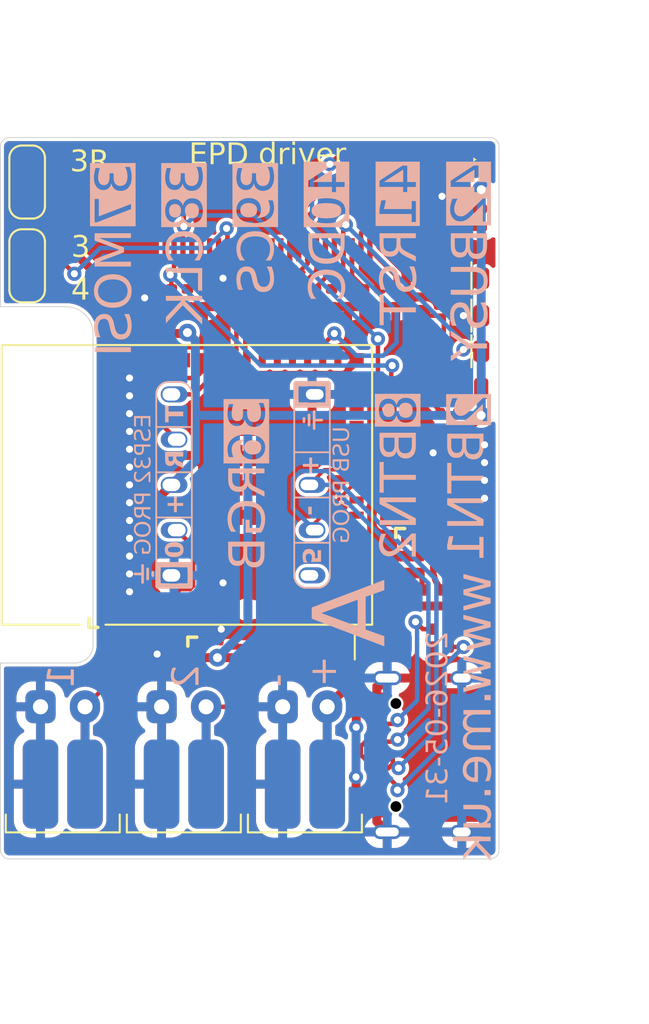
<source format=kicad_pcb>
(kicad_pcb (version 20221018) (generator pcbnew)
  (title_block (title "Waveshare EPD adapter") (rev "1") (company "Adrian Kennard, Andrews & Arnold Ltd"))
  (layers (0 "F.Cu" signal) (31 "B.Cu" signal) (34 "B.Paste" user) (35 "F.Paste" user) (36 "B.SilkS" user "B.Silkscreen") (37 "F.SilkS" user "F.Silkscreen") (38 "B.Mask" user) (39 "F.Mask" user) (44 "Edge.Cuts" user))
  (property "DATE" "2023-06-02")
  (net 0 "")
  (net 1 "GND")
  (net 4 "DC")
  (net 6 "Net-(U4-EN)")
  (net 8 "BTN2")
  (net 9 "BTN1")
  (net 16 "+3.3V")
  (net 26 "Net-(J2-0)")
  (net 27 "Net-(J2-Rx)")
  (net 28 "Net-(J2-Tx)")
  (net 29 "D-")
  (net 30 "D+")
  (net 31 "Net-(J1-Pin_24)")
  (net 32 "Net-(D1-A)")
  (net 33 "Net-(J1-Pin_22)")
  (net 34 "Net-(D2-K)")
  (net 35 "Net-(J1-Pin_20)")
  (net 36 "Net-(J1-Pin_19)")
  (net 37 "Net-(J1-Pin_18)")
  (net 38 "Net-(J1-Pin_5)")
  (net 39 "Net-(J1-Pin_4)")
  (net 40 "Net-(D2-A)")
  (net 41 "Net-(D1-K)")
  (net 42 "Net-(J1-Pin_2)")
  (net 43 "Net-(J1-Pin_3)")
  (net 47 "BUSY")
  (net 48 "RST")
  (net 49 "CS")
  (net 50 "CLK")
  (net 51 "MOSI")
  (net 52 "RGB")
  (net 53 "Net-(D6-A)")
  (net 54 "Net-(J1-Pin_8)")
  (net 55 "Net-(J7-CC1)")
  (net 57 "Net-(J7-CC2)")
  (net 59 "Net-(J4-Pin_2)")
  (net 60 "Net-(J6-Pin_2)")
  (net 61 "Net-(JP2-B)")
  (net 62 "Net-(JP2-A)")
  (net 64 "PWR")
  (net 65 "VBUS")
  (footprint "RevK:C_0402" (layer "F.Cu") (at 112 75.5 -90)
    (fp_text reference "C14" hide)
    (fp_text value "100nF 50V" hide)
  )
  (footprint "RevK:C_0402" (layer "F.Cu") (at 107.3 80 -90)
    (fp_text reference "C3" hide)
    (fp_text value "1uF 50V" hide)
  )
  (footprint "RevK:C_0402" (layer "F.Cu") (at 95 98.8)
    (fp_text reference "C2" hide)
    (fp_text value "100nF" hide)
  )
  (footprint "RevK:SolderPadSmall" (layer "F.Cu") (at 104.35 107.3)
    (fp_text reference "P1" hide)
    (fp_text value "+" hide)
  )
  (footprint "RevK:R_0402_" (layer "F.Cu") (at 110.3 96.4 180)
    (fp_text reference "R9" hide)
    (fp_text value "124k" hide)
  )
  (footprint "RevK:SolderPadSmall" (layer "F.Cu") (at 101.85 107.3)
    (fp_text reference "P2" hide)
    (fp_text value "-" hide)
  )
  (footprint "RevK:C_0402" (layer "F.Cu") (at 106.4 80 -90)
    (fp_text reference "C4" hide)
    (fp_text value "1uF 50V" hide)
  )
  (footprint "RevK:C_0402" (layer "F.Cu") (at 104.6 80 -90)
    (fp_text reference "C11" hide)
    (fp_text value "1uF 50V" hide)
  )
  (footprint "RevK:R_0402" (layer "F.Cu") (at 100.8 100.7 180)
    (fp_text reference "R6" hide)
    (fp_text value "100R" hide)
  )
  (footprint "RevK:ESP32-S3-MINI-1" (layer "F.Cu") (at 99 90.5 90)
    (fp_text reference "U4" hide)
    (fp_text value "ESP32-S3-MINI-1" hide)
  )
  (footprint "RevK:D_SOD-123" (layer "F.Cu") (at 107 99.4)
    (fp_text reference "D6" hide)
    (fp_text value "D")
  )
  (footprint "RevK:C_0603" (layer "F.Cu") (at 92.7 99.1 180)
    (fp_text reference "C5" hide)
    (fp_text value "22uF")
  )
  (footprint "RevK:SOT-323_SC-70-3" (layer "F.Cu") (at 108.9 85.5 180)
    (fp_text reference "Q1" hide)
    (fp_text value "DMG1012T" hide)
  )
  (footprint "RevK:C_0402" (layer "F.Cu") (at 105.5 80 -90)
    (fp_text reference "C7" hide)
    (fp_text value "1uF 50V" hide)
  )
  (footprint "RevK:R_0402" (layer "F.Cu") (at 95 82 180)
    (fp_text reference "R3" hide)
    (fp_text value "10K" hide)
  )
  (footprint "RevK:C_0603_" (layer "F.Cu") (at 110.3 92.5 180)
    (fp_text reference "C10" hide)
    (fp_text value "100nF")
  )
  (footprint "RevK:PTSM-HH-2-RA" (layer "F.Cu") (at 89.5 102.9575)
    (fp_text reference "J4" hide)
    (fp_text value "BTN1")
  )
  (footprint "RevK:PTSM-HH-2-RA" (layer "F.Cu") (at 96.3 102.9575)
    (fp_text reference "J6" hide)
    (fp_text value "BTN2")
  )
  (footprint "RevK:C_0402" (layer "F.Cu") (at 111.2 86.5)
    (fp_text reference "C17" hide)
    (fp_text value "4.7uF" hide)
  )
  (footprint "RevK:C_0603_" (layer "F.Cu") (at 107.8 93.2 -90)
    (fp_text reference "C9" hide)
    (fp_text value "10uF 6.3V")
  )
  (footprint "RevK:C_0402" (layer "F.Cu") (at 103.7 80 -90)
    (fp_text reference "C12" hide)
    (fp_text value "1uF 50V" hide)
  )
  (footprint "RevK:SolderPadSmall" (layer "F.Cu") (at 97.55 107.3)
    (fp_text reference "P3" hide)
    (fp_text value "2" hide)
  )
  (footprint "RevK:C_0402" (layer "F.Cu") (at 108.2 80 -90)
    (fp_text reference "C1" hide)
    (fp_text value "1uF 50V" hide)
  )
  (footprint "RevK:C_0402" (layer "F.Cu") (at 100.8 99.7)
    (fp_text reference "C21" hide)
    (fp_text value "33pF" hide)
  )
  (footprint "RevK:R_0402" (layer "F.Cu") (at 95.6 80 90)
    (fp_text reference "R2" hide)
    (fp_text value "10K" hide)
  )
  (footprint "RevK:SolderJumper3" (layer "F.Cu") (at 87.5 78.2 90)
    (fp_text reference "JP1" hide)
    (fp_text value "SolderJumper_3_Bridged12")
  )
  (footprint "RevK:SolderJumper3" (layer "F.Cu") (at 87.5 73.5 90)
    (fp_text reference "JP2" hide)
    (fp_text value "SolderJumper_3_Bridged12")
  )
  (footprint "RevK:R_0402" (layer "F.Cu") (at 110.7 99.6 180)
    (fp_text reference "R4" hide)
    (fp_text value "5k1" hide)
  )
  (footprint "RevK:D_SOD-123" (layer "F.Cu") (at 111.35 83 180)
    (fp_text reference "D2" hide)
    (fp_text value "1N5819W")
  )
  (footprint "RevK:C_0402" (layer "F.Cu") (at 102.8 80 -90)
    (fp_text reference "C13" hide)
    (fp_text value "1uF 50V" hide)
  )
  (footprint "RevK:R_0402" (layer "F.Cu") (at 110.7 98.6)
    (fp_text reference "R5" hide)
    (fp_text value "5k1" hide)
  )
  (footprint "RevK:L_4x4_" (layer "F.Cu") (at 110.3 89.9 180)
    (fp_text reference "L2" hide)
    (fp_text value "10uH")
  )
  (footprint "RevK:R_0402" (layer "F.Cu") (at 92.3 101.3)
    (fp_text reference "R7" hide)
    (fp_text value "100R" hide)
  )
  (footprint "RevK:PTSM-HH-2-RA" (layer "F.Cu") (at 103.1 102.9575)
    (fp_text reference "J8" hide)
    (fp_text value "PWR")
  )
  (footprint "RevK:C_0402" (layer "F.Cu") (at 96.5 80 -90)
    (fp_text reference "C16" hide)
    (fp_text value "1uF 50V" hide)
  )
  (footprint "RevK:R_0402_" (layer "F.Cu") (at 112.1 96.4 180)
    (fp_text reference "R11" hide)
    (fp_text value "1M" hide)
  )
  (footprint "RevK:SolderPadSmall" (layer "F.Cu") (at 90.75 107.3)
    (fp_text reference "P5" hide)
    (fp_text value "1" hide)
  )
  (footprint "RevK:R_0402" (layer "F.Cu") (at 89.4 74.7 -90)
    (fp_text reference "R1" hide)
    (fp_text value "0.47R" hide)
  )
  (footprint "RevK:C_0402" (layer "F.Cu") (at 97.4 80 -90)
    (fp_text reference "C15" hide)
    (fp_text value "1uF 50V" hide)
  )
  (footprint "RevK:C_0603_" (layer "F.Cu") (at 112.8 93.2 -90)
    (fp_text reference "C8" hide)
    (fp_text value "10uF 50V")
  )
  (footprint "RevK:XUNPU-FPC-05FB-24PH20" (layer "F.Cu") (at 101 76 180)
    (fp_text reference "J1" hide)
    (fp_text value "Conn_01x26")
  )
  (footprint "RevK:D_SOD-123" (layer "F.Cu") (at 111.35 81 180)
    (fp_text reference "D3" hide)
    (fp_text value "1N5819W")
  )
  (footprint "RevK:R_0402" (layer "F.Cu") (at 89.4 72.3 -90)
    (fp_text reference "R8" hide)
    (fp_text value "3R" hide)
  )
  (footprint "RevK:R_0402_" (layer "F.Cu") (at 108.4 96.4 180)
    (fp_text reference "R10" hide)
    (fp_text value "39k2" hide)
  )
  (footprint "RevK:C_0402" (layer "F.Cu") (at 113 75.5 90)
    (fp_text reference "C18" hide)
    (fp_text value "10uF" hide)
  )
  (footprint "RevK:SOT-23-6-MD8942" (layer "F.Cu") (at 110.3 94.5 180)
    (fp_text reference "U3" hide)
    (fp_text value "MD8942")
  )
  (footprint "RevK:SMD1010" (layer "F.Cu") (at 112.575 72.575 180)
    (fp_text reference "D4" hide)
    (fp_text value "XL-1010RGBC-WS2812B" hide)
  )
  (footprint "RevK:USB-C-Socket-H" (layer "F.Cu") (at 109.6 105.665 90)
    (fp_text reference "J7" hide)
    (fp_text value "USB-C-Socket-V")
  )
  (footprint "RevK:SolderPadSmall" (layer "F.Cu") (at 88.25 107.3)
    (fp_text reference "P6" hide)
    (fp_text value "1" hide)
  )
  (footprint "RevK:L_0805" (layer "F.Cu") (at 112.1 85.1)
    (fp_text reference "L1" hide)
    (fp_text value "68uH")
  )
  (footprint "RevK:D_SOD-123" (layer "F.Cu") (at 111.35 78.9 180)
    (fp_text reference "D1" hide)
    (fp_text value "1N5819W")
  )
  (footprint "RevK:SOT-363_SC-70-6" (layer "F.Cu") (at 98.1 100.2)
    (fp_text reference "D7" hide)
    (fp_text value "BAV99S")
  )
  (footprint "RevK:SolderPadSmall" (layer "F.Cu") (at 95.05 107.3)
    (fp_text reference "P4" hide)
    (fp_text value "2" hide)
  )
  (footprint "RevK:C_0402" (layer "F.Cu") (at 93 82 180)
    (fp_text reference "C6" hide)
    (fp_text value "1uF" hide)
  )
  (footprint "RevK:C_0402" (layer "F.Cu") (at 92.3 100.3 180)
    (fp_text reference "C22" hide)
    (fp_text value "33pF" hide)
  )
  (footprint "RevK:SolderPadSmall" (layer "B.Cu") (at 104.35 107.3 180)
    (fp_text reference "P7" hide)
    (fp_text value "+" hide)
  )
  (footprint "RevK:SolderPadSmall" (layer "B.Cu") (at 90.75 107.3 180)
    (fp_text reference "P11" hide)
    (fp_text value "1" hide)
  )
  (footprint "RevK:SolderPadSmall" (layer "B.Cu") (at 88.25 107.3 180)
    (fp_text reference "P12" hide)
    (fp_text value "1" hide)
  )
  (footprint "RevK:SolderPadSmall" (layer "B.Cu") (at 101.85 107.3 180)
    (fp_text reference "P8" hide)
    (fp_text value "-" hide)
  )
  (footprint "RevK:SolderPadSmall" (layer "B.Cu") (at 97.55 107.3 180)
    (fp_text reference "P9" hide)
    (fp_text value "2" hide)
  )
  (footprint "RevK:SolderPadSmall" (layer "B.Cu") (at 95.05 107.3 180)
    (fp_text reference "P10" hide)
    (fp_text value "2" hide)
  )
  (footprint "RevK:USB-PROG" (layer "B.Cu") (at 103.5 90.5 90)
    (fp_text reference "J3" hide)
    (fp_text value "USB-PROG" hide)
  )
  (footprint "RevK:Shelly" (layer "B.Cu") (at 95.75 90.5 -90)
    (fp_text reference "J2" hide)
    (fp_text value "Shelly" hide)
  )
  (gr_line (start 91.2 99.5) (end 91.2 82) (stroke (width 0.05)) (layer "Edge.Cuts"))
  (gr_arc (start 86 71.5) (mid 86.146447 71.146447) (end 86.5 71) (stroke (width 0.05)) (layer "Edge.Cuts"))
  (gr_line (start 86 111) (end 86 100.5) (stroke (width 0.05)) (layer "Edge.Cuts"))
  (gr_arc (start 114 111) (mid 113.853553 111.353553) (end 113.5 111.5) (stroke (width 0.05)) (layer "Edge.Cuts"))
  (gr_arc (start 113.5 71) (mid 113.853553 71.146447) (end 114 71.5) (stroke (width 0.05)) (layer "Edge.Cuts"))
  (gr_line (start 86 80.5) (end 86 71.5) (stroke (width 0.05)) (layer "Edge.Cuts"))
  (gr_line (start 89.7 80.5) (end 86 80.5) (stroke (width 0.05)) (layer "Edge.Cuts"))
  (gr_arc (start 91.2 99.5) (mid 90.907107 100.207107) (end 90.2 100.5) (stroke (width 0.05)) (layer "Edge.Cuts"))
  (gr_arc (start 86.5 111.5) (mid 86.146447 111.353553) (end 86 111) (stroke (width 0.05)) (layer "Edge.Cuts"))
  (gr_line (start 114 71.5) (end 114 111) (stroke (width 0.05)) (layer "Edge.Cuts"))
  (gr_line (start 113.5 111.5) (end 86.5 111.5) (stroke (width 0.05)) (layer "Edge.Cuts"))
  (gr_arc (start 89.7 80.5) (mid 90.76066 80.93934) (end 91.2 82) (stroke (width 0.05)) (layer "Edge.Cuts"))
  (gr_line (start 86.5 71) (end 113.5 71) (stroke (width 0.05)) (layer "Edge.Cuts"))
  (gr_line (start 86 100.5) (end 90.2 100.5) (stroke (width 0.05)) (layer "Edge.Cuts"))
  (gr_text "2" (at 96.5 100.6 90) (layer "B.SilkS") (effects (font (size 1.5 1.5) (thickness 0.08)) (justify left mirror)))
  (gr_text "37" (at 92.5 76 90) (layer "B.SilkS" knockout) (effects (font (size 2 2)) (justify right mirror)))
  (gr_text "39" (at 100.5 76 90) (layer "B.SilkS" knockout) (effects (font (size 2 2)) (justify right mirror)))
  (gr_text "BTN2" (at 108.5 87.3 90) (layer "B.SilkS") (effects (font (size 2 2)) (justify left mirror)))
  (gr_text "${CURRENT_DATE}" (at 110.6 103.6 90) (layer "B.SilkS") (effects (font (size 1.2 1.2)) (justify mirror)))
  (gr_text "www.me.uk" (at 112.7 103.5 90) (layer "B.SilkS") (effects (font (size 2 2)) (justify mirror)))
  (gr_text "36" (at 100 89.25 90) (layer "B.SilkS" knockout) (effects (font (size 2 2)) (justify right mirror)))
  (gr_text "2" (at 112.5 87.2 90) (layer "B.SilkS" knockout) (effects (font (size 2 2)) (justify right mirror)))
  (gr_text "BTN1" (at 112.3 87.35 90) (layer "B.SilkS") (effects (font (size 2 2)) (justify left mirror)))
  (gr_text "BUSY" (at 112.5 76.1 90) (layer "B.SilkS") (effects (font (size 2 2)) (justify left mirror)))
  (gr_text "CS" (at 100.5 76.1 90) (layer "B.SilkS") (effects (font (size 2 2)) (justify left mirror)))
  (gr_text "38" (at 96.5 76 90) (layer "B.SilkS" knockout) (effects (font (size 2 2)) (justify right mirror)))
  (gr_text "1" (at 89.5 100.6 90) (layer "B.SilkS") (effects (font (size 1.5 1.5) (thickness 0.08)) (justify left mirror)))
  (gr_text "41" (at 108.5 76 90) (layer "B.SilkS" knockout) (effects (font (size 2 2)) (justify right mirror)))
  (gr_text "CLK" (at 96.5 76.1 90) (layer "B.SilkS") (effects (font (size 2 2)) (justify left mirror)))
  (gr_text "42" (at 112.5 76 90) (layer "B.SilkS" knockout) (effects (font (size 2 2)) (justify right mirror)))
  (gr_text "DC" (at 104.5 76.1 90) (layer "B.SilkS") (effects (font (size 2 2)) (justify left mirror)))
  (gr_text "MOSI" (at 92.5 76.1 90) (layer "B.SilkS") (effects (font (size 2 2)) (justify left mirror)))
  (gr_text "RGB" (at 100 89.3 90) (layer "B.SilkS") (effects (font (size 2 2)) (justify left mirror)))
  (gr_text "A" (at 105.9 97.7 90) (layer "B.SilkS") (effects (font (size 4 4)) (justify mirror)))
  (gr_text "8" (at 108.5 87.2 90) (layer "B.SilkS" knockout) (effects (font (size 2 2)) (justify right mirror)))
  (gr_text "40" (at 104.5 76 90) (layer "B.SilkS" knockout) (effects (font (size 2 2)) (justify right mirror)))
  (gr_text "RST" (at 108.5 76.1 90) (layer "B.SilkS") (effects (font (size 2 2)) (justify left mirror)))
  (gr_text "EPD driver" (at 101 72) (layer "F.SilkS") (effects (font (size 1.2 1.2))))
  (gr_text "3" (at 90.5 77.2) (layer "F.SilkS") (effects (font (size 1.2 1.2))))
  (gr_text "4" (at 90.5 79.6) (layer "F.SilkS") (effects (font (size 1.2 1.2))))
  (gr_text "3R" (at 89.9 73.1) (layer "F.SilkS") (effects (font (size 1.2 1.2)) (justify left bottom)))
  (segment (start 95.6 82.85) (end 95.675 82.775) (width 0.25) (layer "F.Cu") (net 1))
  (segment (start 103.25 78.07572) (end 102.155 79.17072) (width 0.25) (layer "F.Cu") (net 1))
  (segment (start 91.530001 100.3) (end 90.830001 101) (width 0.5) (layer "F.Cu") (net 1))
  (segment (start 97.725 82.775) (end 98.5 82) (width 0.25) (layer "F.Cu") (net 1))
  (segment (start 92 82.5) (end 92.5 82) (width 0.5) (layer "F.Cu") (net 1))
  (segment (start 113 71.65) (end 112.8 71.45) (width 0.5) (layer "F.Cu") (net 1))
  (segment (start 102.155 79.855) (end 102.8 80.5) (width 0.25) (layer "F.Cu") (net 1))
  (segment (start 103.25 77.3) (end 103.25 78.07572) (width 0.25) (layer "F.Cu") (net 1))
  (segment (start 95.6 83.5) (end 95.6 82.85) (width 0.25) (layer "F.Cu") (net 1))
  (segment (start 86.75 79.5) (end 86.425 79.175) (width 0.25) (layer "F.Cu") (net 1))
  (segment (start 86.425 79.175) (end 86.425 76.275) (width 0.25) (layer "F.Cu") (net 1))
  (segment (start 107.14 108.865) (end 107.14 109.405) (width 0.5) (layer "F.Cu") (net 1))
  (segment (start 91.8 100.3) (end 91.530001 100.3) (width 0.5) (layer "F.Cu") (net 1))
  (segment (start 87.5 79.5) (end 86.75 79.5) (width 0.25) (layer "F.Cu") (net 1))
  (segment (start 92 83.5) (end 92 82.5) (width 0.5) (layer "F.Cu") (net 1))
  (segment (start 98.4 98.6) (end 97.5 99.5) (width 0.5) (layer "F.Cu") (net 1))
  (segment (start 86.425 76.275) (end 86.9 75.8) (width 0.25) (layer "F.Cu") (net 1))
  (segment (start 95.675 82.775) (end 97.725 82.775) (width 0.25) (layer "F.Cu") (net 1))
  (segment (start 97.5 99.5) (end 97.15 99.5) (width 0.5) (layer "F.Cu") (net 1))
  (segment (start 90.830001 101) (end 88.4 101) (width 0.5) (layer "F.Cu") (net 1))
  (segment (start 107.14 101.925) (end 107.14 102.465) (width 0.5) (layer "F.Cu") (net 1))
  (segment (start 113 72.15) (end 113 71.65) (width 0.5) (layer "F.Cu") (net 1))
  (segment (start 102.155 79.17072) (end 102.155 79.855) (width 0.25) (layer "F.Cu") (net 1))
  (segment (start 88.25 101.15) (end 88.25 102.9575) (width 0.5) (layer "F.Cu") (net 1))
  (segment (start 107.14 109.405) (end 107.72 109.985) (width 0.5) (layer "F.Cu") (net 1))
  (segment (start 112.8 71.45) (end 110.6 71.45) (width 0.5) (layer "F.Cu") (net 1))
  (segment (start 107.72 101.345) (end 107.14 101.925) (width 0.5) (layer "F.Cu") (net 1))
  (segment (start 88.4 101) (end 88.25 101.15) (width 0.5) (layer "F.Cu") (net 1))
  (segment (start 98.5 82) (end 98.5 78.9) (width 0.25) (layer "F.Cu") (net 1))
  (via (at 113.1875 90.25) (size 0.8) (drill 0.4) (layers "F.Cu" "B.Cu") (net 1))
  (via (at 110.3 88.7) (size 0.8) (drill 0.4) (layers "F.Cu" "B.Cu") (net 1))
  (via (at 113.1875 89.25) (size 0.8) (drill 0.4) (layers "F.Cu" "B.Cu") (net 1))
  (via (at 93.25 96.5) (size 0.8) (drill 0.4) (layers "F.Cu" "B.Cu") (net 1))
  (via (at 112 81) (size 0.8) (drill 0.4) (layers "F.Cu" "B.Cu") (net 1))
  (via (at 98.5 96) (size 0.8) (drill 0.4) (layers "F.Cu" "B.Cu") (net 1))
  (via (at 98.4 98.6) (size 0.8) (drill 0.4) (layers "F.Cu" "B.Cu") (net 1))
  (via (at 93.25 91.5) (size 0.8) (drill 0.4) (layers "F.Cu" "B.Cu") (net 1))
  (via (at 113.1875 91.25) (size 0.8) (drill 0.4) (layers "F.Cu" "B.Cu") (net 1))
  (via (at 93.25 89.5) (size 0.8) (drill 0.4) (layers "F.Cu" "B.Cu") (net 1))
  (via (at 93.25 90.5) (size 0.8) (drill 0.4) (layers "F.Cu" "B.Cu") (net 1))
  (via (at 93.25 85.5) (size 0.8) (drill 0.4) (layers "F.Cu" "B.Cu") (net 1))
  (via (at 110.8 74.3) (size 0.8) (drill 0.4) (layers "F.Cu" "B.Cu") (net 1))
  (via (at 93.25 88.5) (size 0.8) (drill 0.4) (layers "F.Cu" "B.Cu") (net 1))
  (via (at 93.25 92.5) (size 0.8) (drill 0.4) (layers "F.Cu" "B.Cu") (net 1))
  (via (at 98.5 78.9) (size 0.8) (drill 0.4) (layers "F.Cu" "B.Cu") (net 1))
  (via (at 94.8 100) (size 0.8) (drill 0.4) (layers "F.Cu" "B.Cu") (net 1))
  (via (at 93.25 93.5) (size 0.8) (drill 0.4) (layers "F.Cu" "B.Cu") (net 1))
  (via (at 93.25 95.5) (size 0.8) (drill 0.4) (layers "F.Cu" "B.Cu") (net 1))
  (via (at 93.25 86.5) (size 0.8) (drill 0.4) (layers "F.Cu" "B.Cu") (net 1))
  (via (at 93.25 87.5) (size 0.8) (drill 0.4) (layers "F.Cu" "B.Cu") (net 1))
  (via (at 113.1875 88.25) (size 0.8) (drill 0.4) (layers "F.Cu" "B.Cu") (net 1))
  (via (at 93.25 84.5) (size 0.8) (drill 0.4) (layers "F.Cu" "B.Cu") (net 1))
  (via (at 94.1 80) (size 0.8) (drill 0.4) (layers "F.Cu" "B.Cu") (net 1))
  (via (at 93.25 94.5) (size 0.8) (drill 0.4) (layers "F.Cu" "B.Cu") (net 1))
  (segment (start 100.25 82.775) (end 100.7 83.225) (width 0.25) (layer "F.Cu") (net 4))
  (segment (start 100.25 77.3) (end 100.25 82.775) (width 0.25) (layer "F.Cu") (net 4))
  (segment (start 93.5 82) (end 94.5 82) (width 0.25) (layer "F.Cu") (net 6))
  (segment (start 93.05 82.45) (end 93.05 83.5) (width 0.25) (layer "F.Cu") (net 6))
  (segment (start 93.5 82) (end 93.05 82.45) (width 0.25) (layer "F.Cu") (net 6))
  (segment (start 101.495 99.055) (end 100.945 99.055) (width 0.25) (layer "F.Cu") (net 8))
  (segment (start 102.4 97.5) (end 102.4 98.15) (width 0.25) (layer "F.Cu") (net 8))
  (segment (start 100.3 100.7) (end 100.3 99.7) (width 0.25) (layer "F.Cu") (net 8))
  (segment (start 102.4 98.15) (end 101.495 99.055) (width 0.25) (layer "F.Cu") (net 8))
  (segment (start 100.945 99.055) (end 100.3 99.7) (width 0.25) (layer "F.Cu") (net 8))
  (segment (start 100.15 99.55) (end 100.3 99.7) (width 0.25) (layer "F.Cu") (net 8))
  (segment (start 99.05 99.55) (end 100.15 99.55) (width 0.25) (layer "F.Cu") (net 8))
  (segment (start 92.8 100.9) (end 92.8 100.3) (width 0.25) (layer "F.Cu") (net 9))
  (segment (start 97.15 100.85) (end 96.4 100.85) (width 0.25) (layer "F.Cu") (net 9))
  (segment (start 92.85 100.85) (end 92.8 100.9) (width 0.25) (layer "F.Cu") (net 9))
  (segment (start 96.4 100.85) (end 92.85 100.85) (width 0.25) (layer "F.Cu") (net 9))
  (segment (start 97.3 98.15) (end 96.4 99.05) (width 0.25) (layer "F.Cu") (net 9))
  (segment (start 96.4 99.05) (end 96.4 100.85) (width 0.25) (layer "F.Cu") (net 9))
  (segment (start 97.3 97.5) (end 97.3 98.15) (width 0.25) (layer "F.Cu") (net 9))
  (segment (start 92.8 101.3) (end 92.8 100.9) (width 0.25) (layer "F.Cu") (net 9))
  (segment (start 103.05 75.8) (end 102.65 76.2) (width 0.5) (layer "F.Cu") (net 16))
  (segment (start 103.05 75.8) (end 102.35 76.5) (width 0.5) (layer "F.Cu") (net 16))
  (segment (start 88.713172 76.9) (end 89.438172 77.625) (width 0.5) (layer "F.Cu") (net 16))
  (segment (start 105.85 73) (end 103.05 75.8) (width 0.5) (layer "F.Cu") (net 16))
  (segment (start 112.15 73) (end 112.15 74.85) (width 0.5) (layer "F.Cu") (net 16))
  (segment (start 87.5 76.9) (end 88.713172 76.9) (width 0.5) (layer "F.Cu") (net 16))
  (segment (start 112.15 73) (end 105.85 73) (width 0.5) (layer "F.Cu") (net 16))
  (segment (start 94.75 98.55) (end 94.5 98.8) (width 0.5) (layer "F.Cu") (net 16))
  (segment (start 113 85.1) (end 113 86.6) (width 0.5) (layer "F.Cu") (net 16))
  (segment (start 90.327082 77.625) (end 93.932082 81.23) (width 0.5) (layer "F.Cu") (net 16))
  (segment (start 102.65 76.2) (end 102.65 77.3) (width 0.5) (layer "F.Cu") (net 16))
  (segment (start 94.55 91.55) (end 95.6 90.5) (width 0.5) (layer "F.Cu") (net 16))
  (segment (start 94.75 97.5) (end 94.75 98.55) (width 0.5) (layer "F.Cu") (net 16))
  (segment (start 97.15 100.2) (end 99.05 100.2) (width 0.5) (layer "F.Cu") (net 16))
  (segment (start 112 87.6) (end 108.9 87.6) (width 0.5) (layer "F.Cu") (net 16))
  (segment (start 113 86.6) (end 112 87.6) (width 0.5) (layer "F.Cu") (net 16))
  (segment (start 89.438172 77.625) (end 90.327082 77.625) (width 0.5) (layer "F.Cu") (net 16))
  (segment (start 113 75) (end 112 75) (width 0.5) (layer "F.Cu") (net 16))
  (segment (start 94.2 99.1) (end 94.5 98.8) (width 0.5) (layer "F.Cu") (net 16))
  (segment (start 95.5 82) (end 96.45 82) (width 0.5) (layer "F.Cu") (net 16))
  (segment (start 108.9 87.6) (end 108.8 87.7) (width 0.5) (layer "F.Cu") (net 16))
  (segment (start 95.049999 81.23) (end 95.5 81.680001) (width 0.5) (layer "F.Cu") (net 16))
  (segment (start 102.35 76.5) (end 102.35 77.3) (width 0.5) (layer "F.Cu") (net 16))
  (segment (start 112.15 74.85) (end 112 75) (width 0.5) (layer "F.Cu") (net 16))
  (segment (start 93.932082 81.23) (end 95.049999 81.23) (width 0.5) (layer "F.Cu") (net 16))
  (segment (start 108.8 87.7) (end 108.8 89.9) (width 0.5) (layer "F.Cu") (net 16))
  (segment (start 94.55 96.4) (end 94.55 91.55) (width 0.5) (layer "F.Cu") (net 16))
  (segment (start 96.45 82) (end 96.5 81.95) (width 0.5) (layer "F.Cu") (net 16))
  (segment (start 94.75 96.6) (end 94.55 96.4) (width 0.5) (layer "F.Cu") (net 16))
  (segment (start 94.75 97.5) (end 94.75 96.6) (width 0.5) (layer "F.Cu") (net 16))
  (segment (start 93.475 99.1) (end 94.2 99.1) (width 0.5) (layer "F.Cu") (net 16))
  (segment (start 95.5 81.680001) (end 95.5 82) (width 0.5) (layer "F.Cu") (net 16))
  (segment (start 113 73.924502) (end 113 75) (width 0.5) (layer "F.Cu") (net 16))
  (via (at 113 86.6) (size 1) (drill 0.5) (layers "F.Cu" "B.Cu") (net 16))
  (via (at 113 73.924502) (size 1) (drill 0.5) (layers "F.Cu" "B.Cu") (net 16))
  (via (at 98.188715 100.199112) (size 1) (drill 0.5) (layers "F.Cu" "B.Cu") (net 16))
  (via (at 96.5 81.95) (size 1) (drill 0.5) (layers "F.Cu" "B.Cu") (net 16))
  (segment (start 99.9 97.6) (end 99.9 86.6) (width 0.5) (layer "B.Cu") (net 16))
  (segment (start 96.95 82.4) (end 96.5 81.95) (width 0.5) (layer "B.Cu") (net 16))
  (segment (start 107 86.6) (end 99.9 86.6) (width 0.5) (layer "B.Cu") (net 16))
  (segment (start 96.95 86.5) (end 96.95 82.4) (width 0.5) (layer "B.Cu") (net 16))
  (segment (start 97.05 86.6) (end 96.95 86.5) (width 0.5) (layer "B.Cu") (net 16))
  (segment (start 99.9 98.487827) (end 98.188715 100.199112) (width 0.5) (layer "B.Cu") (net 16))
  (segment (start 96.95 89.15) (end 96.95 86.5) (width 0.5) (layer "B.Cu") (net 16))
  (segment (start 113 86.6) (end 113 73.924502) (width 0.5) (layer "B.Cu") (net 16))
  (segment (start 95.6 90.5) (end 96.95 89.15) (width 0.5) (layer "B.Cu") (net 16))
  (segment (start 99.9 97.6) (end 99.9 98.487827) (width 0.5) (layer "B.Cu") (net 16))
  (segment (start 113 86.6) (end 107 86.6) (width 0.5) (layer "B.Cu") (net 16))
  (segment (start 99.9 86.6) (end 97.05 86.6) (width 0.5) (layer "B.Cu") (net 16))
  (segment (start 96.095 96.355) (end 96.645 96.355) (width 0.25) (layer "F.Cu") (net 26))
  (segment (start 95.6 96.85) (end 96.095 96.355) (width 0.25) (layer "F.Cu") (net 26))
  (segment (start 96.825 96.175) (end 96.825 93.965) (width 0.25) (layer "F.Cu") (net 26))
  (segment (start 96.645 96.355) (end 96.825 96.175) (width 0.25) (layer "F.Cu") (net 26))
  (segment (start 96.825 93.965) (end 95.9 93.04) (width 0.25) (layer "F.Cu") (net 26))
  (segment (start 95.6 97.5) (end 95.6 96.85) (width 0.25) (layer "F.Cu") (net 26))
  (segment (start 97.3 83.5) (end 97.3 84.15) (width 0.25) (layer "F.Cu") (net 27))
  (segment (start 96.95 84.5) (end 95.25 84.5) (width 0.25) (layer "F.Cu") (net 27))
  (segment (start 94.675 85.075) (end 94.675 86.735) (width 0.25) (layer "F.Cu") (net 27))
  (segment (start 95.25 84.5) (end 94.675 85.075) (width 0.25) (layer "F.Cu") (net 27))
  (segment (start 94.675 86.735) (end 95.9 87.96) (width 0.25) (layer "F.Cu") (net 27))
  (segment (start 97.3 84.15) (end 96.95 84.5) (width 0.25) (layer "F.Cu") (net 27))
  (segment (start 96.88 85.42) (end 98.15 84.15) (width 0.25) (layer "F.Cu") (net 28))
  (segment (start 98.15 84.15) (end 98.15 83.5) (width 0.25) (layer "F.Cu") (net 28))
  (segment (start 95.6 85.42) (end 96.88 85.42) (width 0.25) (layer "F.Cu") (net 28))
  (segment (start 107.777764 105.415) (end 108.035 105.672236) (width 0.25) (layer "F.Cu") (net 29))
  (segment (start 103.65 92.65) (end 105.8 90.5) (width 0.2) (layer "F.Cu") (net 29))
  (segment (start 108.035 106.157764) (end 107.777764 106.415) (width 0.25) (layer "F.Cu") (net 29))
  (segment (start 108.035 106) (end 108.035 106.084502) (width 0.25) (layer "F.Cu") (net 29))
  (segment (start 108.035 106.084502) (end 108.350498 106.4) (width 0.25) (layer "F.Cu") (net 29))
  (segment (start 107.14 105.415) (end 107.777764 105.415) (width 0.25) (layer "F.Cu") (net 29))
  (segment (start 108.035 106) (end 108.035 106.157764) (width 0.25) (layer "F.Cu") (net 29))
  (segment (start 103.65 93.04) (end 103.65 92.65) (width 0.2) (layer "F.Cu") (net 29))
  (segment (start 107.777764 106.415) (end 107.14 106.415) (width 0.25) (layer "F.Cu") (net 29))
  (segment (start 108.035 105.672236) (end 108.035 106) (width 0.25) (layer "F.Cu") (net 29))
  (via (at 108.350498 106.4) (size 0.8) (drill 0.4) (layers "F.Cu" "B.Cu") (net 29))
  (segment (start 102.425 90.175) (end 102.425 91.815) (width 0.25) (layer "B.Cu") (net 29))
  (segment (start 108.350498 106.4) (end 110.485 104.265498) (width 0.25) (layer "B.Cu") (net 29))
  (segment (start 110.485 95.848604) (end 104.361396 89.725) (width 0.25) (layer "B.Cu") (net 29))
  (segment (start 102.425 91.815) (end 103.65 93.04) (width 0.25) (layer "B.Cu") (net 29))
  (segment (start 110.485 104.265498) (end 110.485 95.848604) (width 0.25) (layer "B.Cu") (net 29))
  (segment (start 104.361396 89.725) (end 102.875 89.725) (width 0.25) (layer "B.Cu") (net 29))
  (segment (start 102.875 89.725) (end 102.425 90.175) (width 0.25) (layer "B.Cu") (net 29))
  (segment (start 103.35 90.5) (end 104.2 89.65) (width 0.2) (layer "F.Cu") (net 30))
  (segment (start 107.14 104.915) (end 106.502236 104.915) (width 0.25) (layer "F.Cu") (net 30))
  (segment (start 107.14 104.915) (end 108.185 104.915) (width 0.25) (layer "F.Cu") (net 30))
  (segment (start 104.2 89.65) (end 106 89.65) (width 0.2) (layer "F.Cu") (net 30))
  (segment (start 106.502236 105.915) (end 107.14 105.915) (width 0.25) (layer "F.Cu") (net 30))
  (segment (start 106.245 105.657764) (end 106.502236 105.915) (width 0.25) (layer "F.Cu") (net 30))
  (segment (start 108.185 104.915) (end 108.3 104.8) (width 0.25) (layer "F.Cu") (net 30))
  (segment (start 106.245 105.172236) (end 106.245 105.657764) (width 0.25) (layer "F.Cu") (net 30))
  (segment (start 106.502236 104.915) (end 106.245 105.172236) (width 0.25) (layer "F.Cu") (net 30))
  (via (at 108.3 104.8) (size 0.8) (drill 0.4) (layers "F.Cu" "B.Cu") (net 30))
  (segment (start 110.035 103.065) (end 108.3 104.8) (width 0.25) (layer "B.Cu") (net 30))
  (segment (start 104.5 90.5) (end 110.035 96.035) (width 0.25) (layer "B.Cu") (net 30))
  (segment (start 110.035 96.035) (end 110.035 103.065) (width 0.25) (layer "B.Cu") (net 30))
  (segment (start 103.35 90.5) (end 104.5 90.5) (width 0.25) (layer "B.Cu") (net 30))
  (segment (start 108.2 78.75) (end 108.2 79.5) (width 0.25) (layer "F.Cu") (net 31))
  (segment (start 106.75 77.3) (end 108.2 78.75) (width 0.25) (layer "F.Cu") (net 31))
  (segment (start 107.125 76.325) (end 106.275 76.325) (width 0.25) (layer "F.Cu") (net 32))
  (segment (start 106.25 78.37572) (end 107.3 79.42572) (width 0.25) (layer "F.Cu") (net 32))
  (segment (start 106.25 77.3) (end 106.25 78.37572) (width 0.25) (layer "F.Cu") (net 32))
  (segment (start 109.7 78.9) (end 107.125 76.325) (width 0.25) (layer "F.Cu") (net 32))
  (segment (start 106.275 76.325) (end 106.25 76.35) (width 0.25) (layer "F.Cu") (net 32))
  (segment (start 106.25 76.35) (end 106.25 77.3) (width 0.25) (layer "F.Cu") (net 32))
  (segment (start 105.75 77.3) (end 105.75 78.77572) (width 0.25) (layer "F.Cu") (net 33))
  (segment (start 105.75 78.77572) (end 106.4 79.42572) (width 0.25) (layer "F.Cu") (net 33))
  (segment (start 105.25 76.05) (end 105.4 75.9) (width 0.25) (layer "F.Cu") (net 34))
  (segment (start 105.25 79.25) (end 105.5 79.5) (width 0.25) (layer "F.Cu") (net 34))
  (segment (start 105.25 77.3) (end 105.25 79.25) (width 0.25) (layer "F.Cu") (net 34))
  (segment (start 112 82.9) (end 112.9 82.9) (width 0.25) (layer "F.Cu") (net 34))
  (segment (start 105.25 77.3) (end 105.25 76.05) (width 0.25) (layer "F.Cu") (net 34))
  (via (at 112 82.9) (size 0.8) (drill 0.4) (layers "F.Cu" "B.Cu") (net 34))
  (via (at 105.4 75.9) (size 0.8) (drill 0.4) (layers "F.Cu" "B.Cu") (net 34))
  (segment (start 112 82.9) (end 112 82.5) (width 0.25) (layer "B.Cu") (net 34))
  (segment (start 112 82.5) (end 105.4 75.9) (width 0.25) (layer "B.Cu") (net 34))
  (segment (start 104.75 77.3) (end 104.75 79.35) (width 0.25) (layer "F.Cu") (net 35))
  (segment (start 104.75 79.35) (end 104.6 79.5) (width 0.25) (layer "F.Cu") (net 35))
  (segment (start 104.25 78.87572) (end 103.7 79.42572) (width 0.25) (layer "F.Cu") (net 36))
  (segment (start 104.25 77.3) (end 104.25 78.87572) (width 0.25) (layer "F.Cu") (net 36))
  (segment (start 103.75 78.47572) (end 102.8 79.42572) (width 0.25) (layer "F.Cu") (net 37))
  (segment (start 103.75 77.3) (end 103.75 78.47572) (width 0.25) (layer "F.Cu") (net 37))
  (segment (start 97.25 77.3) (end 97.25 79.35) (width 0.25) (layer "F.Cu") (net 38))
  (segment (start 97.25 79.35) (end 97.4 79.5) (width 0.25) (layer "F.Cu") (net 38))
  (segment (start 96.75 77.3) (end 96.75 79.25) (width 0.25) (layer "F.Cu") (net 39))
  (segment (start 96.75 79.25) (end 96.5 79.5) (width 0.25) (layer "F.Cu") (net 39))
  (segment (start 110.7 86.35) (end 109.85 85.5) (width 0.25) (layer "F.Cu") (net 40))
  (segment (start 109.7 83) (end 109.7 83.6) (width 0.25) (layer "F.Cu") (net 40))
  (segment (start 109.7 83.6) (end 111.2 85.1) (width 0.25) (layer "F.Cu") (net 40))
  (segment (start 111.2 85.1) (end 110.25 85.1) (width 0.25) (layer "F.Cu") (net 40))
  (segment (start 110.25 85.1) (end 109.85 85.5) (width 0.25) (layer "F.Cu") (net 40))
  (segment (start 110.9 82.825305) (end 110.9 81) (width 0.25) (layer "F.Cu") (net 41))
  (segment (start 111.925 86.275) (end 111.925 83.850305) (width 0.25) (layer "F.Cu") (net 41))
  (segment (start 110.9 81) (end 113 78.9) (width 0.25) (layer "F.Cu") (net 41))
  (segment (start 111.925 83.850305) (end 110.9 82.825305) (width 0.25) (layer "F.Cu") (net 41))
  (segment (start 111.7 86.5) (end 111.925 86.275) (width 0.25) (layer "F.Cu") (net 41))
  (segment (start 109.7 81) (end 110.9 81) (width 0.25) (layer "F.Cu") (net 41))
  (segment (start 95.75 78.495317) (end 95.535859 78.709458) (width 0.25) (layer "F.Cu") (net 42))
  (segment (start 95.6 79.5) (end 95.6 78.773599) (width 0.25) (layer "F.Cu") (net 42))
  (segment (start 95.75 77.3) (end 95.75 78.495317) (width 0.25) (layer "F.Cu") (net 42))
  (segment (start 95.6 78.773599) (end 95.535859 78.709458) (width 0.25) (layer "F.Cu") (net 42))
  (segment (start 107.95 83.85) (end 108 83.8) (width 0.25) (layer "F.Cu") (net 42))
  (segment (start 107.95 84.85) (end 107.95 83.85) (width 0.25) (layer "F.Cu") (net 42))
  (via (at 108 83.8) (size 0.8) (drill 0.4) (layers "F.Cu" "B.Cu") (net 42))
  (via (at 95.535859 78.709458) (size 0.8) (drill 0.4) (layers "F.Cu" "B.Cu") (net 42))
  (segment (start 108 83.8) (end 100.626401 83.8) (width 0.25) (layer "B.Cu") (net 42))
  (segment (start 100.626401 83.8) (end 95.535859 78.709458) (width 0.25) (layer "B.Cu") (net 42))
  (segment (start 89.9 73.5) (end 87.5 73.5) (width 0.25) (layer "F.Cu") (net 43))
  (segment (start 94.775 73.175) (end 96.3 74.7) (width 0.25) (layer "F.Cu") (net 43))
  (segment (start 96.25 76.05) (end 96.25 77.3) (width 0.25) (layer "F.Cu") (net 43))
  (segment (start 90.225 73.175) (end 94.775 73.175) (width 0.25) (layer "F.Cu") (net 43))
  (segment (start 107.2 85.4) (end 107.2 82.3) (width 0.25) (layer "F.Cu") (net 43))
  (segment (start 89.9 73.5) (end 90.225 73.175) (width 0.25) (layer "F.Cu") (net 43))
  (segment (start 107.95 86.15) (end 107.2 85.4) (width 0.25) (layer "F.Cu") (net 43))
  (segment (start 96.3 76) (end 96.25 76.05) (width 0.25) (layer "F.Cu") (net 43))
  (segment (start 96.3 74.7) (end 96.3 76) (width 0.25) (layer "F.Cu") (net 43))
  (via (at 96.3 76) (size 0.8) (drill 0.4) (layers "F.Cu" "B.Cu") (net 43))
  (via (at 107.2 82.3) (size 0.8) (drill 0.4) (layers "F.Cu" "B.Cu") (net 43))
  (segment (start 107.2 82.3) (end 100.275 75.375) (width 0.25) (layer "B.Cu") (net 43))
  (segment (start 100.275 75.375) (end 96.925 75.375) (width 0.25) (layer "B.Cu") (net 43))
  (segment (start 96.925 75.375) (end 96.3 76) (width 0.25) (layer "B.Cu") (net 43))
  (segment (start 99.25 83.25) (end 99 83.5) (width 0.25) (layer "F.Cu") (net 47))
  (segment (start 99.25 77.3) (end 99.25 83.25) (width 0.25) (layer "F.Cu") (net 47))
  (segment (start 99.75 83.4) (end 99.85 83.5) (width 0.25) (layer "F.Cu") (net 48))
  (segment (start 99.75 77.3) (end 99.75 83.4) (width 0.25) (layer "F.Cu") (net 48))
  (segment (start 100.75 82.3) (end 101.55 83.1) (width 0.25) (layer "F.Cu") (net 49))
  (segment (start 100.75 77.3) (end 100.75 82.3) (width 0.25) (layer "F.Cu") (net 49))
  (segment (start 101.55 83.1) (end 101.55 83.5) (width 0.25) (layer "F.Cu") (net 49))
  (segment (start 101.25 81.95) (end 102.4 83.1) (width 0.25) (layer "F.Cu") (net 50))
  (segment (start 102.4 83.1) (end 102.4 83.5) (width 0.25) (layer "F.Cu") (net 50))
  (segment (start 101.25 77.3) (end 101.25 81.95) (width 0.25) (layer "F.Cu") (net 50))
  (segment (start 101.75 78.23) (end 101.75 77.3) (width 0.25) (layer "F.Cu") (net 51))
  (segment (start 101.705 78.275) (end 101.75 78.23) (width 0.25) (layer "F.Cu") (net 51))
  (segment (start 101.705 81.305) (end 101.705 78.275) (width 0.25) (layer "F.Cu") (net 51))
  (segment (start 103.25 82.85) (end 101.705 81.305) (width 0.25) (layer "F.Cu") (net 51))
  (segment (start 103.25 83.5) (end 103.25 82.85) (width 0.25) (layer "F.Cu") (net 51))
  (segment (start 104.85 72.15) (end 112.15 72.15) (width 0.25) (layer "F.Cu") (net 52))
  (segment (start 104.1 83.5) (end 104.1 82.65) (width 0.25) (layer "F.Cu") (net 52))
  (segment (start 104.5 72.5) (end 104.85 72.15) (width 0.25) (layer "F.Cu") (net 52))
  (segment (start 104.1 82.65) (end 104.75 82) (width 0.25) (layer "F.Cu") (net 52))
  (via (at 104.75 82) (size 0.8) (drill 0.4) (layers "F.Cu" "B.Cu") (net 52))
  (via (at 104.5 72.5) (size 0.8) (drill 0.4) (layers "F.Cu" "B.Cu") (net 52))
  (segment (start 103.75 72.5) (end 104.5 72.5) (width 0.25) (layer "B.Cu") (net 52))
  (segment (start 103.5 76) (end 103.5 72.75) (width 0.25) (layer "B.Cu") (net 52))
  (segment (start 107.5 83.25) (end 108.25 82.5) (width 0.25) (layer "B.Cu") (net 52))
  (segment (start 108.25 82.5) (end 108.25 80.75) (width 0.25) (layer "B.Cu") (net 52))
  (segment (start 104.75 82) (end 106 83.25) (width 0.25) (layer "B.Cu") (net 52))
  (segment (start 108.25 80.75) (end 103.5 76) (width 0.25) (layer "B.Cu") (net 52))
  (segment (start 106 83.25) (end 107.5 83.25) (width 0.25) (layer "B.Cu") (net 52))
  (segment (start 103.5 72.75) (end 103.75 72.5) (width 0.25) (layer "B.Cu") (net 52))
  (segment (start 106.12 100.18) (end 106.9 99.4) (width 0.5) (layer "F.Cu") (net 53))
  (segment (start 106.17 103.265) (end 106.12 103.215) (width 0.5) (layer "F.Cu") (net 53))
  (segment (start 107.14 103.265) (end 106.17 103.265) (width 0.5) (layer "F.Cu") (net 53))
  (segment (start 106.07 103.265) (end 107.14 103.265) (width 0.5) (layer "F.Cu") (net 53))
  (segment (start 106.07 108.065) (end 105.9705 107.9655) (width 0.5) (layer "F.Cu") (net 53))
  (segment (start 105.979804 104.102594) (end 105.979804 103.355196) (width 0.5) (layer "F.Cu") (net 53))
  (segment (start 107.14 108.065) (end 106.07 108.065) (width 0.5) (layer "F.Cu") (net 53))
  (segment (start 105.979804 103.355196) (end 106.07 103.265) (width 0.5) (layer "F.Cu") (net 53))
  (segment (start 106.12 103.215) (end 106.12 100.18) (width 0.5) (layer "F.Cu") (net 53))
  (segment (start 106.9 99.4) (end 108.65 99.4) (width 0.5) (layer "F.Cu") (net 53))
  (segment (start 105.9705 107.9655) (end 105.9705 106.895965) (width 0.5) (layer "F.Cu") (net 53))
  (via (at 105.9705 106.895965) (size 0.8) (drill 0.4) (layers "F.Cu" "B.Cu") (net 53))
  (via (at 105.979804 104.102594) (size 0.8) (drill 0.4) (layers "F.Cu" "B.Cu") (net 53))
  (segment (start 105.9705 106.895965) (end 105.9705 104.111898) (width 0.5) (layer "B.Cu") (net 53))
  (segment (start 105.9705 104.111898) (end 105.979804 104.102594) (width 0.5) (layer "B.Cu") (net 53))
  (segment (start 87.5 78.2) (end 89.7 78.2) (width 0.25) (layer "F.Cu") (net 54))
  (segment (start 98.7 76.1) (end 98.75 76.15) (width 0.25) (layer "F.Cu") (net 54))
  (segment (start 98.75 76.15) (end 98.75 77.3) (width 0.25) (layer "F.Cu") (net 54))
  (segment (start 89.7 78.2) (end 90.15 78.65) (width 0.25) (layer "F.Cu") (net 54))
  (via (at 98.7 76.1) (size 0.8) (drill 0.4) (layers "F.Cu" "B.Cu") (net 54))
  (via (at 90.15 78.65) (size 0.8) (drill 0.4) (layers "F.Cu" "B.Cu") (net 54))
  (segment (start 98.7 76.1) (end 97.6 77.2) (width 0.25) (layer "B.Cu") (net 54))
  (segment (start 90.15 78.65) (end 91.6 77.2) (width 0.25) (layer "B.Cu") (net 54))
  (segment (start 97.6 77.2) (end 91.6 77.2) (width 0.25) (layer "B.Cu") (net 54))
  (segment (start 107.14 106.915) (end 107.777764 106.915) (width 0.25) (layer "F.Cu") (net 55))
  (segment (start 108.294992 107.432228) (end 108.294992 107.633901) (width 0.25) (layer "F.Cu") (net 55))
  (segment (start 112 99.6) (end 111.2 99.6) (width 0.25) (layer "F.Cu") (net 55))
  (segment (start 107.777764 106.915) (end 108.294992 107.432228) (width 0.25) (layer "F.Cu") (net 55))
  (via (at 108.294992 107.633901) (size 0.8) (drill 0.4) (layers "F.Cu" "B.Cu") (net 55))
  (via (at 112 99.6) (size 0.8) (drill 0.4) (layers "F.Cu" "B.Cu") (net 55))
  (segment (start 110.935 104.993893) (end 110.935 100.665) (width 0.25) (layer "B.Cu") (net 55))
  (segment (start 108.294992 107.633901) (end 110.935 104.993893) (width 0.25) (layer "B.Cu") (net 55))
  (segment (start 110.935 100.665) (end 112 99.6) (width 0.25) (layer "B.Cu") (net 55))
  (segment (start 110.2 98.6) (end 109.72422 98.6) (width 0.25) (layer "F.Cu") (net 57))
  (segment (start 107.14 103.915) (end 108.085 103.915) (width 0.25) (layer "F.Cu") (net 57))
  (segment (start 109.72422 98.6) (end 109.31 98.18578) (width 0.25) (layer "F.Cu") (net 57))
  (segment (start 108.085 103.915) (end 108.3 103.7) (width 0.25) (layer "F.Cu") (net 57))
  (via (at 109.31 98.18578) (size 0.8) (drill 0.4) (layers "F.Cu" "B.Cu") (net 57))
  (via (at 108.3 103.7) (size 0.8) (drill 0.4) (layers "F.Cu" "B.Cu") (net 57))
  (segment (start 109.4 98.27578) (end 109.31 98.18578) (width 0.25) (layer "B.Cu") (net 57))
  (segment (start 108.3 103.7) (end 109.4 102.6) (width 0.25) (layer "B.Cu") (net 57))
  (segment (start 109.4 102.6) (end 109.4 98.27578) (width 0.25) (layer "B.Cu") (net 57))
  (segment (start 90.75 102.9575) (end 90.75 107.3) (width 0.5) (layer "F.Cu") (net 59))
  (segment (start 91.8 101.9075) (end 90.75 102.9575) (width 0.25) (layer "F.Cu") (net 59))
  (segment (start 91.8 101.3) (end 91.8 101.9075) (width 0.25) (layer "F.Cu") (net 59))
  (segment (start 90.75 107.3) (end 90.75 102.9575) (width 0.5) (layer "B.Cu") (net 59))
  (segment (start 97.55 102.9575) (end 97.55 107.3) (width 0.5) (layer "F.Cu") (net 60))
  (segment (start 101.3 100.7) (end 99.0425 102.9575) (width 0.25) (layer "F.Cu") (net 60))
  (segment (start 99.0425 102.9575) (end 97.55 102.9575) (width 0.25) (layer "F.Cu") (net 60))
  (segment (start 97.55 107.3) (end 97.55 102.9575) (width 0.5) (layer "B.Cu") (net 60))
  (segment (start 89.4 72.8) (end 88.8 72.2) (width 0.25) (layer "F.Cu") (net 61))
  (segment (start 88.8 72.2) (end 87.5 72.2) (width 0.25) (layer "F.Cu") (net 61))
  (segment (start 88.8 74.8) (end 87.5 74.8) (width 0.25) (layer "F.Cu") (net 62))
  (segment (start 89.4 74.2) (end 88.8 74.8) (width 0.25) (layer "F.Cu") (net 62))
  (segment (start 104.35 102.9575) (end 104.35 107.3) (width 0.5) (layer "F.Cu") (net 64))
  (segment (start 105.35 99.4) (end 105.35 101.9575) (width 0.5) (layer "F.Cu") (net 64))
  (segment (start 112.8 95.22) (end 112.8 96.72) (width 0.5) (layer "F.Cu") (net 64))
  (segment (start 112.22 97.3) (end 107.9 97.3) (width 0.5) (layer "F.Cu") (net 64))
  (segment (start 105.35 101.9575) (end 104.35 102.9575) (width 0.5) (layer "F.Cu") (net 64))
  (segment (start 107.9 97.3) (end 105.8 99.4) (width 0.5) (layer "F.Cu") (net 64))
  (segment (start 105.8 99.4) (end 105.35 99.4) (width 0.5) (layer "F.Cu") (net 64))
  (segment (start 112.8 96.72) (end 112.22 97.3) (width 0.5) (layer "F.Cu") (net 64))
  (segment (start 104.35 107.3) (end 104.35 102.9575) (width 0.5) (layer "B.Cu") (net 64))
  (zone (net 1) (net_name "GND") (layers "F&B.Cu") (connect_pads (clearance 0.2)) (min_thickness 0.25) (fill yes (thermal_gap 0.5) (thermal_bridge_width 0.5))
    (polygon (pts (xy 86 71) (xy 114 71) (xy 114 111.5) (xy 86 111.5)))
  )
)
</source>
